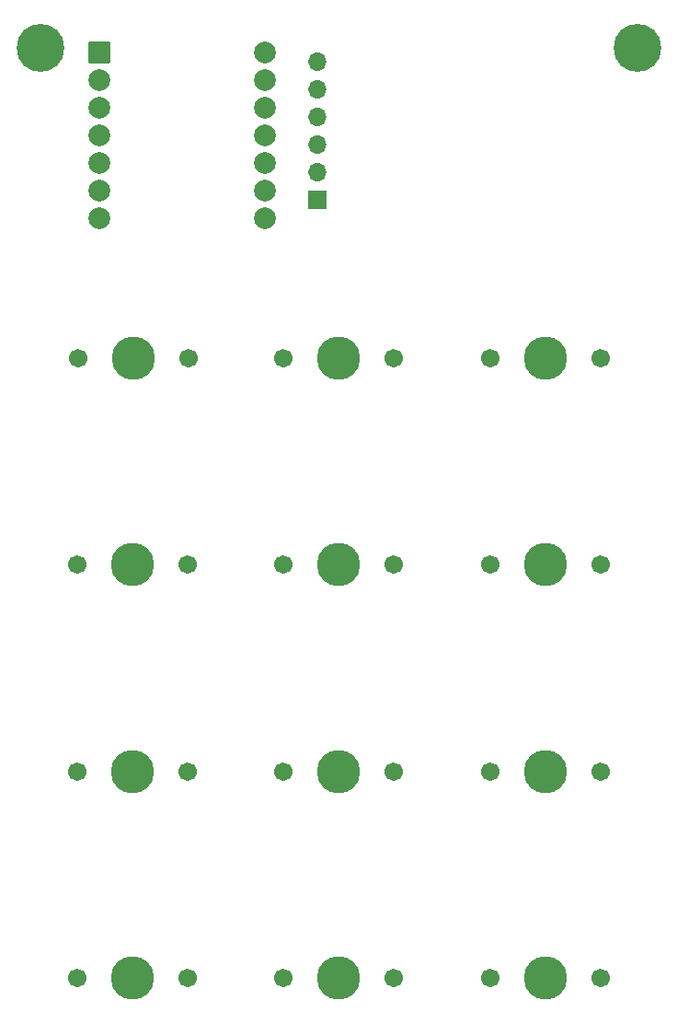
<source format=gts>
%TF.GenerationSoftware,KiCad,Pcbnew,8.0.0*%
%TF.CreationDate,2024-03-18T12:55:46-04:00*%
%TF.ProjectId,mmp,6d6d702e-6b69-4636-9164-5f7063625858,rev?*%
%TF.SameCoordinates,Original*%
%TF.FileFunction,Soldermask,Top*%
%TF.FilePolarity,Negative*%
%FSLAX46Y46*%
G04 Gerber Fmt 4.6, Leading zero omitted, Abs format (unit mm)*
G04 Created by KiCad (PCBNEW 8.0.0) date 2024-03-18 12:55:46*
%MOMM*%
%LPD*%
G01*
G04 APERTURE LIST*
G04 Aperture macros list*
%AMRoundRect*
0 Rectangle with rounded corners*
0 $1 Rounding radius*
0 $2 $3 $4 $5 $6 $7 $8 $9 X,Y pos of 4 corners*
0 Add a 4 corners polygon primitive as box body*
4,1,4,$2,$3,$4,$5,$6,$7,$8,$9,$2,$3,0*
0 Add four circle primitives for the rounded corners*
1,1,$1+$1,$2,$3*
1,1,$1+$1,$4,$5*
1,1,$1+$1,$6,$7*
1,1,$1+$1,$8,$9*
0 Add four rect primitives between the rounded corners*
20,1,$1+$1,$2,$3,$4,$5,0*
20,1,$1+$1,$4,$5,$6,$7,0*
20,1,$1+$1,$6,$7,$8,$9,0*
20,1,$1+$1,$8,$9,$2,$3,0*%
G04 Aperture macros list end*
%ADD10C,1.701800*%
%ADD11C,3.987800*%
%ADD12RoundRect,0.102000X-0.900000X-0.900000X0.900000X-0.900000X0.900000X0.900000X-0.900000X0.900000X0*%
%ADD13C,2.004000*%
%ADD14C,0.700000*%
%ADD15C,4.400000*%
%ADD16R,1.700000X1.700000*%
%ADD17O,1.700000X1.700000*%
G04 APERTURE END LIST*
D10*
%TO.C,SW4*%
X99920000Y-88000000D03*
D11*
X105000000Y-88000000D03*
D10*
X110080000Y-88000000D03*
%TD*%
D12*
%TO.C,U1*%
X102000000Y-40880000D03*
D13*
X102000000Y-43420000D03*
X102000000Y-45960000D03*
X102000000Y-48500000D03*
X102000000Y-51040000D03*
X102000000Y-53580000D03*
X102000000Y-56120000D03*
X117240000Y-56120000D03*
X117240000Y-53580000D03*
X117240000Y-51040000D03*
X117240000Y-48500000D03*
X117240000Y-45960000D03*
X117240000Y-43420000D03*
X117240000Y-40880000D03*
%TD*%
D10*
%TO.C,SW10*%
X99920000Y-126000000D03*
D11*
X105000000Y-126000000D03*
D10*
X110080000Y-126000000D03*
%TD*%
D14*
%TO.C,REF\u002A\u002A*%
X149850000Y-40500000D03*
X150333274Y-39333274D03*
X150333274Y-41666726D03*
X151500000Y-38850000D03*
D15*
X151500000Y-40500000D03*
D14*
X151500000Y-42150000D03*
X152666726Y-39333274D03*
X152666726Y-41666726D03*
X153150000Y-40500000D03*
%TD*%
D10*
%TO.C,SW2*%
X118920000Y-69000000D03*
D11*
X124000000Y-69000000D03*
D10*
X129080000Y-69000000D03*
%TD*%
%TO.C,SW3*%
X137920000Y-69000000D03*
D11*
X143000000Y-69000000D03*
D10*
X148080000Y-69000000D03*
%TD*%
%TO.C,SW5*%
X118920000Y-88000000D03*
D11*
X124000000Y-88000000D03*
D10*
X129080000Y-88000000D03*
%TD*%
D14*
%TO.C,REF\u002A\u002A*%
X94850000Y-40500000D03*
X95333274Y-39333274D03*
X95333274Y-41666726D03*
X96500000Y-38850000D03*
D15*
X96500000Y-40500000D03*
D14*
X96500000Y-42150000D03*
X97666726Y-39333274D03*
X97666726Y-41666726D03*
X98150000Y-40500000D03*
%TD*%
D10*
%TO.C,SW7*%
X99920000Y-107000000D03*
D11*
X105000000Y-107000000D03*
D10*
X110080000Y-107000000D03*
%TD*%
%TO.C,SW1*%
X100000000Y-69000000D03*
D11*
X105080000Y-69000000D03*
D10*
X110160000Y-69000000D03*
%TD*%
%TO.C,SW9*%
X137920000Y-107000000D03*
D11*
X143000000Y-107000000D03*
D10*
X148080000Y-107000000D03*
%TD*%
%TO.C,SW12*%
X137920000Y-126000000D03*
D11*
X143000000Y-126000000D03*
D10*
X148080000Y-126000000D03*
%TD*%
%TO.C,SW11*%
X118920000Y-126000000D03*
D11*
X124000000Y-126000000D03*
D10*
X129080000Y-126000000D03*
%TD*%
%TO.C,SW8*%
X118920000Y-107000000D03*
D11*
X124000000Y-107000000D03*
D10*
X129080000Y-107000000D03*
%TD*%
%TO.C,SW6*%
X137920000Y-88000000D03*
D11*
X143000000Y-88000000D03*
D10*
X148080000Y-88000000D03*
%TD*%
D16*
%TO.C,J2*%
X122000000Y-54500000D03*
D17*
X122000000Y-51960000D03*
X122000000Y-49420000D03*
X122000000Y-46880000D03*
X122000000Y-44340000D03*
X122000000Y-41800000D03*
%TD*%
M02*

</source>
